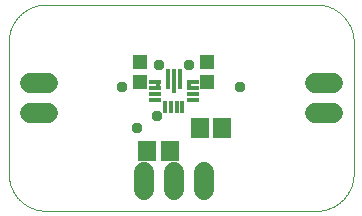
<source format=gts>
G04 EAGLE Gerber X2 export*
G75*
%MOMM*%
%FSLAX35Y35*%
%LPD*%
%AMOC8*
5,1,8,0,0,1.08239X$1,22.5*%
G01*
%ADD10C,0.000000*%
%ADD11R,0.453200X1.003200*%
%ADD12R,1.003200X0.453200*%
%ADD13R,0.453200X2.103200*%
%ADD14R,0.453200X1.753200*%
%ADD15R,0.453200X0.803200*%
%ADD16R,1.203200X1.303200*%
%ADD17R,1.503200X1.703200*%
%ADD18C,1.727200*%
%ADD19C,0.959600*%


D10*
X1016000Y1587500D02*
X1016093Y1579828D01*
X1016371Y1572161D01*
X1016834Y1564502D01*
X1017482Y1556857D01*
X1018315Y1549230D01*
X1019332Y1541625D01*
X1020532Y1534047D01*
X1021915Y1526500D01*
X1023480Y1518989D01*
X1025226Y1511517D01*
X1027152Y1504090D01*
X1029257Y1496712D01*
X1031540Y1489387D01*
X1033998Y1482119D01*
X1036632Y1474913D01*
X1039440Y1467772D01*
X1042418Y1460702D01*
X1045567Y1453705D01*
X1048884Y1446787D01*
X1052368Y1439950D01*
X1056015Y1433200D01*
X1059825Y1426540D01*
X1063794Y1419974D01*
X1067921Y1413506D01*
X1072203Y1407139D01*
X1076637Y1400878D01*
X1081222Y1394726D01*
X1085953Y1388686D01*
X1090830Y1382763D01*
X1095848Y1376959D01*
X1101005Y1371277D01*
X1106297Y1365723D01*
X1111723Y1360297D01*
X1117277Y1355005D01*
X1122959Y1349848D01*
X1128763Y1344830D01*
X1134686Y1339953D01*
X1140726Y1335222D01*
X1146878Y1330637D01*
X1153139Y1326203D01*
X1159506Y1321921D01*
X1165974Y1317794D01*
X1172540Y1313825D01*
X1179200Y1310015D01*
X1185950Y1306368D01*
X1192787Y1302884D01*
X1199705Y1299567D01*
X1206702Y1296418D01*
X1213772Y1293440D01*
X1220913Y1290632D01*
X1228119Y1287998D01*
X1235387Y1285540D01*
X1242712Y1283257D01*
X1250090Y1281152D01*
X1257517Y1279226D01*
X1264989Y1277480D01*
X1272500Y1275915D01*
X1280047Y1274532D01*
X1287625Y1273332D01*
X1295230Y1272315D01*
X1302857Y1271482D01*
X1310502Y1270834D01*
X1318161Y1270371D01*
X1325828Y1270093D01*
X1333500Y1270000D01*
X1016000Y2698750D02*
X1016093Y2706422D01*
X1016371Y2714089D01*
X1016834Y2721748D01*
X1017482Y2729393D01*
X1018315Y2737020D01*
X1019332Y2744625D01*
X1020532Y2752203D01*
X1021915Y2759750D01*
X1023480Y2767261D01*
X1025226Y2774733D01*
X1027152Y2782160D01*
X1029257Y2789538D01*
X1031540Y2796863D01*
X1033998Y2804131D01*
X1036632Y2811337D01*
X1039440Y2818478D01*
X1042418Y2825548D01*
X1045567Y2832545D01*
X1048884Y2839463D01*
X1052368Y2846300D01*
X1056015Y2853050D01*
X1059825Y2859710D01*
X1063794Y2866276D01*
X1067921Y2872744D01*
X1072203Y2879111D01*
X1076637Y2885372D01*
X1081222Y2891524D01*
X1085953Y2897564D01*
X1090830Y2903487D01*
X1095848Y2909291D01*
X1101005Y2914973D01*
X1106297Y2920527D01*
X1111723Y2925953D01*
X1117277Y2931245D01*
X1122959Y2936402D01*
X1128763Y2941420D01*
X1134686Y2946297D01*
X1140726Y2951028D01*
X1146878Y2955613D01*
X1153139Y2960047D01*
X1159506Y2964329D01*
X1165974Y2968456D01*
X1172540Y2972425D01*
X1179200Y2976235D01*
X1185950Y2979882D01*
X1192787Y2983366D01*
X1199705Y2986683D01*
X1206702Y2989832D01*
X1213772Y2992810D01*
X1220913Y2995618D01*
X1228119Y2998252D01*
X1235387Y3000710D01*
X1242712Y3002993D01*
X1250090Y3005098D01*
X1257517Y3007024D01*
X1264989Y3008770D01*
X1272500Y3010335D01*
X1280047Y3011718D01*
X1287625Y3012918D01*
X1295230Y3013935D01*
X1302857Y3014768D01*
X1310502Y3015416D01*
X1318161Y3015879D01*
X1325828Y3016157D01*
X1333500Y3016250D01*
X3619500Y3016250D02*
X3627172Y3016157D01*
X3634839Y3015879D01*
X3642498Y3015416D01*
X3650143Y3014768D01*
X3657770Y3013935D01*
X3665375Y3012918D01*
X3672953Y3011718D01*
X3680500Y3010335D01*
X3688011Y3008770D01*
X3695483Y3007024D01*
X3702910Y3005098D01*
X3710288Y3002993D01*
X3717613Y3000710D01*
X3724881Y2998252D01*
X3732087Y2995618D01*
X3739228Y2992810D01*
X3746298Y2989832D01*
X3753295Y2986683D01*
X3760213Y2983366D01*
X3767050Y2979882D01*
X3773800Y2976235D01*
X3780460Y2972425D01*
X3787026Y2968456D01*
X3793494Y2964329D01*
X3799861Y2960047D01*
X3806122Y2955613D01*
X3812274Y2951028D01*
X3818314Y2946297D01*
X3824237Y2941420D01*
X3830041Y2936402D01*
X3835723Y2931245D01*
X3841277Y2925953D01*
X3846703Y2920527D01*
X3851995Y2914973D01*
X3857152Y2909291D01*
X3862170Y2903487D01*
X3867047Y2897564D01*
X3871778Y2891524D01*
X3876363Y2885372D01*
X3880797Y2879111D01*
X3885079Y2872744D01*
X3889206Y2866276D01*
X3893175Y2859710D01*
X3896985Y2853050D01*
X3900632Y2846300D01*
X3904116Y2839463D01*
X3907433Y2832545D01*
X3910582Y2825548D01*
X3913560Y2818478D01*
X3916368Y2811337D01*
X3919002Y2804131D01*
X3921460Y2796863D01*
X3923743Y2789538D01*
X3925848Y2782160D01*
X3927774Y2774733D01*
X3929520Y2767261D01*
X3931085Y2759750D01*
X3932468Y2752203D01*
X3933668Y2744625D01*
X3934685Y2737020D01*
X3935518Y2729393D01*
X3936166Y2721748D01*
X3936629Y2714089D01*
X3936907Y2706422D01*
X3937000Y2698750D01*
X3937000Y1587500D02*
X3936907Y1579828D01*
X3936629Y1572161D01*
X3936166Y1564502D01*
X3935518Y1556857D01*
X3934685Y1549230D01*
X3933668Y1541625D01*
X3932468Y1534047D01*
X3931085Y1526500D01*
X3929520Y1518989D01*
X3927774Y1511517D01*
X3925848Y1504090D01*
X3923743Y1496712D01*
X3921460Y1489387D01*
X3919002Y1482119D01*
X3916368Y1474913D01*
X3913560Y1467772D01*
X3910582Y1460702D01*
X3907433Y1453705D01*
X3904116Y1446787D01*
X3900632Y1439950D01*
X3896985Y1433200D01*
X3893175Y1426540D01*
X3889206Y1419974D01*
X3885079Y1413506D01*
X3880797Y1407139D01*
X3876363Y1400878D01*
X3871778Y1394726D01*
X3867047Y1388686D01*
X3862170Y1382763D01*
X3857152Y1376959D01*
X3851995Y1371277D01*
X3846703Y1365723D01*
X3841277Y1360297D01*
X3835723Y1355005D01*
X3830041Y1349848D01*
X3824237Y1344830D01*
X3818314Y1339953D01*
X3812274Y1335222D01*
X3806122Y1330637D01*
X3799861Y1326203D01*
X3793494Y1321921D01*
X3787026Y1317794D01*
X3780460Y1313825D01*
X3773800Y1310015D01*
X3767050Y1306368D01*
X3760213Y1302884D01*
X3753295Y1299567D01*
X3746298Y1296418D01*
X3739228Y1293440D01*
X3732087Y1290632D01*
X3724881Y1287998D01*
X3717613Y1285540D01*
X3710288Y1283257D01*
X3702910Y1281152D01*
X3695483Y1279226D01*
X3688011Y1277480D01*
X3680500Y1275915D01*
X3672953Y1274532D01*
X3665375Y1273332D01*
X3657770Y1272315D01*
X3650143Y1271482D01*
X3642498Y1270834D01*
X3634839Y1270371D01*
X3627172Y1270093D01*
X3619500Y1270000D01*
X3619500Y3016250D02*
X1333500Y3016250D01*
X1016000Y2698750D02*
X1016000Y1587500D01*
X1333500Y1270000D02*
X3619500Y1270000D01*
X3937000Y1587500D02*
X3937000Y2698750D01*
D11*
X2438000Y2151000D03*
X2488000Y2151000D03*
X2338000Y2151000D03*
X2388000Y2151000D03*
D12*
X2253000Y2211000D03*
X2253000Y2261000D03*
X2253000Y2311000D03*
X2253000Y2361000D03*
X2573000Y2211000D03*
X2573000Y2261000D03*
X2573000Y2311000D03*
X2573000Y2361000D03*
D13*
X2413000Y2367500D03*
D14*
X2363000Y2385000D03*
D15*
X2280500Y2336000D03*
D14*
X2463000Y2385000D03*
D15*
X2545500Y2336500D03*
D16*
X2127250Y2529750D03*
X2127250Y2359750D03*
X2698750Y2529750D03*
X2698750Y2359750D03*
D17*
X2825500Y1968500D03*
X2635500Y1968500D03*
D18*
X1346200Y2095500D02*
X1193800Y2095500D01*
X1193800Y2349500D02*
X1346200Y2349500D01*
X3606800Y2095500D02*
X3759200Y2095500D01*
X3759200Y2349500D02*
X3606800Y2349500D01*
X2159000Y1600200D02*
X2159000Y1447800D01*
X2413000Y1447800D02*
X2413000Y1600200D01*
X2667000Y1600200D02*
X2667000Y1447800D01*
D17*
X2191000Y1778000D03*
X2381000Y1778000D03*
D19*
X1975000Y2317500D03*
X2975000Y2317500D03*
X2275000Y2075000D03*
X2286000Y2508250D03*
X2540000Y2508250D03*
X2100000Y1975000D03*
M02*

</source>
